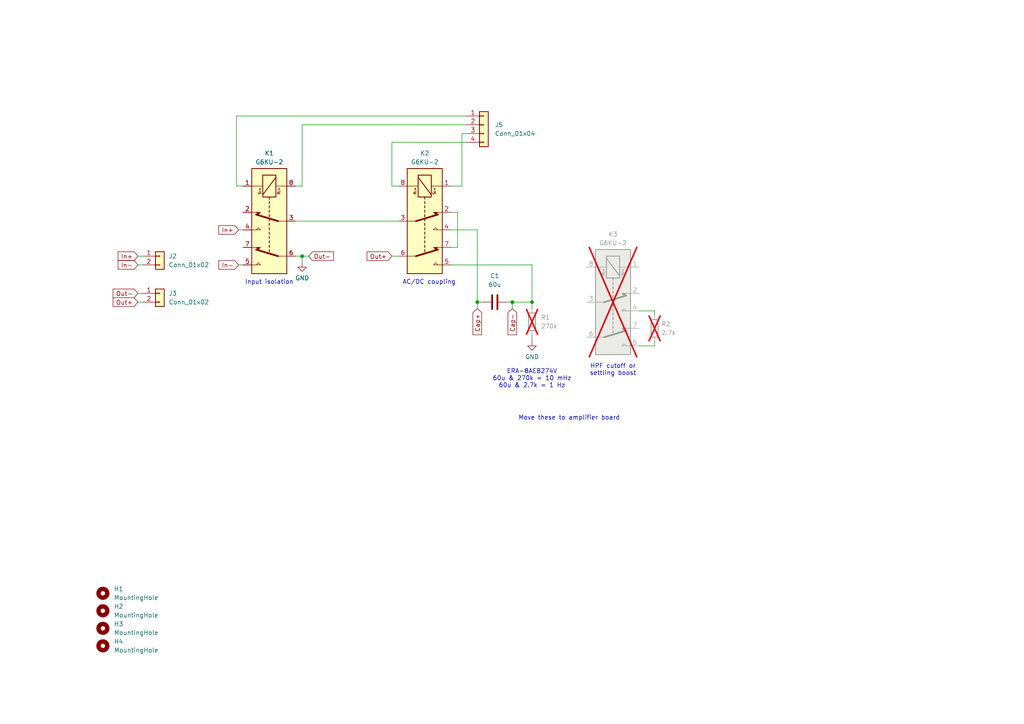
<source format=kicad_sch>
(kicad_sch (version 20231120) (generator "eeschema") (generator_version "8.0")
  (paper "A4")
  (lib_symbols
    (symbol "Connector_Generic:Conn_01x02" (pin_names (offset 1.016) hide)
      (property "Reference" "J" (at 0 2.54 0))
      (property "Value" "Conn_01x02" (at 0 -5.08 0))
      (symbol "Conn_01x02_1_1"
        (rectangle (start -1.27 -2.413) (end 0 -2.667) (stroke (width 0.1524)))
        (rectangle (start -1.27 0.127) (end 0 -0.127) (stroke (width 0.1524)))
        (rectangle (start -1.27 1.27) (end 1.27 -3.81) (stroke (width 0.254)) (fill (type background)))
        (pin passive line (at -5.08 0 0) (length 3.81) (name "Pin_1") (number "1"))
        (pin passive line (at -5.08 -2.54 0) (length 3.81) (name "Pin_2") (number "2"))
      )
    )
    (symbol "Connector_Generic:Conn_01x04" (pin_names (offset 1.016) hide)
      (property "Reference" "J" (at 0 5.08 0))
      (property "Value" "Conn_01x04" (at 0 -7.62 0))
      (symbol "Conn_01x04_1_1"
        (rectangle (start -1.27 -4.953) (end 0 -5.207) (stroke (width 0.1524)))
        (rectangle (start -1.27 -2.413) (end 0 -2.667) (stroke (width 0.1524)))
        (rectangle (start -1.27 0.127) (end 0 -0.127) (stroke (width 0.1524)))
        (rectangle (start -1.27 2.667) (end 0 2.413) (stroke (width 0.1524)))
        (rectangle (start -1.27 3.81) (end 1.27 -6.35) (stroke (width 0.254)) (fill (type background)))
        (pin passive line (at -5.08 2.54 0) (length 3.81) (name "Pin_1") (number "1"))
        (pin passive line (at -5.08 0 0) (length 3.81) (name "Pin_2") (number "2"))
        (pin passive line (at -5.08 -2.54 0) (length 3.81) (name "Pin_3") (number "3"))
        (pin passive line (at -5.08 -5.08 0) (length 3.81) (name "Pin_4") (number "4"))
      )
    )
    (symbol "Device:C" (pin_numbers hide) (pin_names (offset 0.254))
      (property "Reference" "C" (at 0.635 2.54 0))
      (property "Value" "C" (at 0.635 -2.54 0))
      (symbol "C_0_1"
        (polyline (pts (xy -2.032 -0.762) (xy 2.032 -0.762)) (stroke (width 0.508)))
        (polyline (pts (xy -2.032 0.762) (xy 2.032 0.762)) (stroke (width 0.508)))
      )
      (symbol "C_1_1"
        (pin passive line (at 0 3.81 270) (length 2.794) (name "~") (number "1"))
        (pin passive line (at 0 -3.81 90) (length 2.794) (name "~") (number "2"))
      )
    )
    (symbol "Device:R" (pin_numbers hide) (pin_names (offset 0))
      (property "Reference" "R" (at 2.032 0 90))
      (property "Value" "R" (at 0 0 90))
      (symbol "R_0_1"
        (rectangle (start -1.016 -2.54) (end 1.016 2.54) (stroke (width 0.254)))
      )
      (symbol "R_1_1"
        (pin passive line (at 0 3.81 270) (length 1.27) (name "~") (number "1"))
        (pin passive line (at 0 -3.81 90) (length 1.27) (name "~") (number "2"))
      )
    )
    (symbol "Mechanical:MountingHole" (pin_names (offset 1.016))
      (property "Reference" "H" (at 0 5.08 0))
      (property "Value" "MountingHole" (at 0 3.175 0))
      (symbol "MountingHole_0_1"
        (circle (center 0 0) (radius 1.27) (stroke (width 1.27)))
      )
    )
    (symbol "Relay:G6KU-2"
      (property "Reference" "K" (at 16.51 3.81 0))
      (property "Value" "G6KU-2" (at 16.51 1.27 0))
      (symbol "G6KU-2_0_0"
        (text "R:+" (at -8.763 -2.794 0) (effects (font (size 0.762 0.762))))
        (text "S:+" (at -8.763 2.794 0) (effects (font (size 0.762 0.762))))
      )
      (symbol "G6KU-2_0_1"
        (rectangle (start -15.24 5.08) (end 15.24 -5.08) (stroke (width 0.254)) (fill (type background)))
        (rectangle (start -13.335 1.905) (end -6.985 -1.905) (stroke (width 0.254)))
        (polyline (pts (xy -12.7 -1.905) (xy -7.62 1.905)) (stroke (width 0.254)))
        (polyline (pts (xy -10.16 -5.08) (xy -10.16 -1.905)))
        (polyline (pts (xy -10.16 5.08) (xy -10.16 1.905)))
        (polyline (pts (xy -6.985 0) (xy -6.35 0)) (stroke (width 0.254)))
        (polyline (pts (xy -5.715 0) (xy -5.08 0)) (stroke (width 0.254)))
        (polyline (pts (xy -4.445 0) (xy -3.81 0)) (stroke (width 0.254)))
        (polyline (pts (xy -3.175 0) (xy -2.54 0)) (stroke (width 0.254)))
        (polyline (pts (xy -1.905 0) (xy -1.27 0)) (stroke (width 0.254)))
        (polyline (pts (xy -0.635 0) (xy 0 0)) (stroke (width 0.254)))
        (polyline (pts (xy 0 -2.54) (xy -1.905 3.81)) (stroke (width 0.508)))
        (polyline (pts (xy 0 -2.54) (xy 0 -5.08)))
        (polyline (pts (xy 0.635 0) (xy 1.27 0)) (stroke (width 0.254)))
        (polyline (pts (xy 1.905 0) (xy 2.54 0)) (stroke (width 0.254)))
        (polyline (pts (xy 3.175 0) (xy 3.81 0)) (stroke (width 0.254)))
        (polyline (pts (xy 4.445 0) (xy 5.08 0)) (stroke (width 0.254)))
        (polyline (pts (xy 5.715 0) (xy 6.35 0)) (stroke (width 0.254)))
        (polyline (pts (xy 6.985 0) (xy 7.62 0)) (stroke (width 0.254)))
        (polyline (pts (xy 8.255 0) (xy 8.89 0)) (stroke (width 0.254)))
        (polyline (pts (xy 10.16 -2.54) (xy 8.255 3.81)) (stroke (width 0.508)))
        (polyline (pts (xy 10.16 -2.54) (xy 10.16 -5.08)))
        (polyline (pts (xy -2.54 5.08) (xy -2.54 2.54) (xy -1.905 3.175) (xy -2.54 3.81)) (fill (type outline)))
        (polyline (pts (xy 2.54 5.08) (xy 2.54 2.54) (xy 1.905 3.175) (xy 2.54 3.81)))
        (polyline (pts (xy 7.62 5.08) (xy 7.62 2.54) (xy 8.255 3.175) (xy 7.62 3.81)) (fill (type outline)))
        (polyline (pts (xy 12.7 5.08) (xy 12.7 2.54) (xy 12.065 3.175) (xy 12.7 3.81)))
      )
      (symbol "G6KU-2_1_1"
        (pin passive line (at -10.16 7.62 270) (length 2.54) (name "~") (number "1"))
        (pin passive line (at -2.54 7.62 270) (length 2.54) (name "~") (number "2"))
        (pin passive line (at 0 -7.62 90) (length 2.54) (name "~") (number "3"))
        (pin passive line (at 2.54 7.62 270) (length 2.54) (name "~") (number "4"))
        (pin passive line (at 12.7 7.62 270) (length 2.54) (name "~") (number "5"))
        (pin passive line (at 10.16 -7.62 90) (length 2.54) (name "~") (number "6"))
        (pin passive line (at 7.62 7.62 270) (length 2.54) (name "~") (number "7"))
        (pin passive line (at -10.16 -7.62 90) (length 2.54) (name "~") (number "8"))
      )
    )
    (symbol "power:GND" (power) (pin_names (offset 0))
      (property "Value" "GND" (at 0 -3.81 0))
      (symbol "GND_0_1"
        (polyline (pts (xy 0 0) (xy 0 -1.27) (xy 1.27 -1.27) (xy 0 -2.54) (xy -1.27 -1.27) (xy 0 -1.27)))
      )
      (symbol "GND_1_1"
        (pin power_in line (at 0 0 270) (length 0) hide (name "GND") (number "1"))
      )
    )
  )
  (junction (at 138.43 87.63))
  (junction (at 154.305 87.63))
  (junction (at 148.59 87.63))
  (junction (at 87.63 74.295))
  (wire (pts (xy 40.005 87.63) (xy 41.275 87.63)))
  (wire (pts (xy 85.725 74.295) (xy 87.63 74.295)))
  (wire (pts (xy 68.58 33.655) (xy 68.58 53.975)))
  (wire (pts (xy 139.7 87.63) (xy 138.43 87.63)))
  (wire (pts (xy 154.305 97.155) (xy 154.305 99.06)))
  (wire (pts (xy 87.63 74.295) (xy 89.535 74.295)))
  (wire (pts (xy 69.215 66.675) (xy 70.485 66.675)))
  (wire (pts (xy 40.005 74.295) (xy 41.275 74.295)))
  (wire (pts (xy 189.865 90.17) (xy 189.865 91.44)))
  (wire (pts (xy 87.63 74.295) (xy 87.63 76.2)))
  (wire (pts (xy 85.725 64.135) (xy 115.57 64.135)))
  (wire (pts (xy 189.865 99.06) (xy 189.865 100.33)))
  (wire (pts (xy 189.865 100.33) (xy 185.42 100.33)))
  (wire (pts (xy 147.32 87.63) (xy 148.59 87.63)))
  (wire (pts (xy 87.63 53.975) (xy 85.725 53.975)))
  (wire (pts (xy 130.81 61.595) (xy 132.715 61.595)))
  (wire (pts (xy 185.42 90.17) (xy 189.865 90.17)))
  (wire (pts (xy 138.43 87.63) (xy 138.43 89.535)))
  (wire (pts (xy 113.665 53.975) (xy 115.57 53.975)))
  (wire (pts (xy 135.255 38.735) (xy 133.985 38.735)))
  (wire (pts (xy 87.63 36.195) (xy 87.63 53.975)))
  (wire (pts (xy 130.81 66.675) (xy 138.43 66.675)))
  (wire (pts (xy 148.59 87.63) (xy 148.59 89.535)))
  (wire (pts (xy 40.005 85.09) (xy 41.275 85.09)))
  (wire (pts (xy 113.665 74.295) (xy 115.57 74.295)))
  (wire (pts (xy 135.255 36.195) (xy 87.63 36.195)))
  (wire (pts (xy 148.59 87.63) (xy 154.305 87.63)))
  (wire (pts (xy 132.715 71.755) (xy 130.81 71.755)))
  (wire (pts (xy 132.715 61.595) (xy 132.715 71.755)))
  (wire (pts (xy 135.255 33.655) (xy 68.58 33.655)))
  (wire (pts (xy 154.305 76.835) (xy 154.305 87.63)))
  (wire (pts (xy 40.005 76.835) (xy 41.275 76.835)))
  (wire (pts (xy 138.43 66.675) (xy 138.43 87.63)))
  (wire (pts (xy 113.665 41.275) (xy 113.665 53.975)))
  (wire (pts (xy 130.81 76.835) (xy 154.305 76.835)))
  (wire (pts (xy 68.58 53.975) (xy 70.485 53.975)))
  (wire (pts (xy 154.305 89.535) (xy 154.305 87.63)))
  (wire (pts (xy 130.81 53.975) (xy 133.985 53.975)))
  (wire (pts (xy 133.985 38.735) (xy 133.985 53.975)))
  (wire (pts (xy 135.255 41.275) (xy 113.665 41.275)))
  (wire (pts (xy 69.215 76.835) (xy 70.485 76.835)))
  (text "AC/DC coupling" (at 124.46 81.915 0) (effects (font (size 1.27 1.27))))
  (text "Move these to amplifier board" (at 165.1 121.285 0) (effects (font (size 1.27 1.27))))
  (text "Input isolation" (at 78.105 81.915 0) (effects (font (size 1.27 1.27))))
  (text "ERA-8AEB274V\n60u & 270k = 10 mHz\n60u & 2.7k = 1 Hz" (at 154.305 109.855 0) (effects (font (size 1.27 1.27))))
  (text "HPF cutoff or\nsettling boost" (at 177.8 107.315 0) (effects (font (size 1.27 1.27))))
  (global_label "In-" (shape input) (at 69.215 76.835 180) (property "Intersheetrefs" "${INTERSHEET_REFS}" (effects (hide yes))))
  (global_label "In+" (shape input) (at 40.005 74.295 180) (property "Intersheetrefs" "${INTERSHEET_REFS}" (effects (hide yes))))
  (global_label "Out-" (shape input) (at 89.535 74.295 0) (property "Intersheetrefs" "${INTERSHEET_REFS}" (effects (hide yes))))
  (global_label "Out+" (shape input) (at 40.005 87.63 180) (property "Intersheetrefs" "${INTERSHEET_REFS}" (effects (hide yes))))
  (global_label "In+" (shape input) (at 69.215 66.675 180) (property "Intersheetrefs" "${INTERSHEET_REFS}" (effects (hide yes))))
  (global_label "In-" (shape input) (at 40.005 76.835 180) (property "Intersheetrefs" "${INTERSHEET_REFS}" (effects (hide yes))))
  (global_label "Cap-" (shape input) (at 148.59 89.535 270) (property "Intersheetrefs" "${INTERSHEET_REFS}" (effects (hide yes))))
  (global_label "Out+" (shape input) (at 113.665 74.295 180) (property "Intersheetrefs" "${INTERSHEET_REFS}" (effects (hide yes))))
  (global_label "Out-" (shape input) (at 40.005 85.09 180) (property "Intersheetrefs" "${INTERSHEET_REFS}" (effects (hide yes))))
  (global_label "Cap+" (shape input) (at 138.43 89.535 270) (property "Intersheetrefs" "${INTERSHEET_REFS}" (effects (hide yes))))
  (symbol (lib_id "Mechanical:MountingHole") (at 29.845 182.245 0) (unit 1)
    (property "Reference" "H3" (at 33.02 180.9749 0) (effects (justify left)))
    (property "Value" "MountingHole" (at 33.02 183.5149 0) (effects (justify left)))
    (property "Footprint" "LNA input:746600330" (effects (hide yes)))
    (property "Description" "Mounting Hole without connection" (effects (hide yes)))
  )
  (symbol (lib_id "Relay:G6KU-2") (at 123.19 64.135 270) (unit 1)
    (property "Reference" "K2" (at 123.19 44.45 90))
    (property "Value" "G6KU-2" (at 123.19 46.99 90))
    (property "Footprint" "Relay_THT:Relay_DPDT_Omron_G6K-2P-Y" (effects (hide yes)))
    (property "Datasheet" "http://omronfs.omron.com/en_US/ecb/products/pdf/en-g6k.pdf" (effects (hide yes)))
    (property "Description" "Miniature 2-pole relay, Single-winding Latching" (effects (hide yes)))
  )
  (symbol (lib_id "Device:R") (at 154.305 93.345 0) (unit 1) (on_board no) (dnp yes)
    (property "Reference" "R1" (at 156.845 92.0749 0) (effects (justify left)))
    (property "Value" "270k" (at 156.845 94.6149 0) (effects (justify left)))
    (property "Footprint" "Resistor_SMD:R_1206_3216Metric_Pad1.30x1.75mm_HandSolder" (effects (hide yes)))
    (property "Description" "Resistor" (effects (hide yes)))
  )
  (symbol (lib_id "Device:C") (at 143.51 87.63 270) (mirror x) (unit 1)
    (property "Reference" "C1" (at 143.51 80.01 90))
    (property "Value" "60u" (at 143.51 82.55 90))
    (property "Footprint" "LNA input:DCP4G056007GD4KSSD flat" (effects (hide yes)))
    (property "Description" "Unpolarized capacitor" (effects (hide yes)))
  )
  (symbol (lib_id "Connector_Generic:Conn_01x02") (at 46.355 85.09 0) (unit 1)
    (property "Reference" "J3" (at 48.895 85.0899 0) (effects (justify left)))
    (property "Value" "Conn_01x02" (at 48.895 87.6299 0) (effects (justify left)))
    (property "Footprint" "Connector_PinHeader_2.54mm:PinHeader_1x02_P2.54mm_Vertical" (effects (hide yes)))
    (property "Description" "Generic connector, single row, 01x02, script generated (kicad-library-utils/schlib/autogen/connector/)" (effects (hide yes)))
  )
  (symbol (lib_id "power:GND") (at 154.305 99.06 0) (unit 1)
    (property "Reference" "#PWR01" (effects (hide yes)))
    (property "Value" "GND" (at 154.305 103.505 0))
    (property "Description" "Power symbol creates a global label with name \"GND\" , ground" (effects (hide yes)))
  )
  (symbol (lib_id "Device:R") (at 189.865 95.25 0) (unit 1) (on_board no) (dnp yes)
    (property "Reference" "R2" (at 191.77 93.9799 0) (effects (justify left)))
    (property "Value" "2.7k" (at 191.77 96.5199 0) (effects (justify left)))
    (property "Description" "Resistor" (effects (hide yes)))
  )
  (symbol (lib_id "Relay:G6KU-2") (at 78.105 64.135 90) (mirror x) (unit 1)
    (property "Reference" "K1" (at 78.105 44.45 90))
    (property "Value" "G6KU-2" (at 78.105 46.99 90))
    (property "Footprint" "Relay_THT:Relay_DPDT_Omron_G6K-2P-Y" (effects (hide yes)))
    (property "Datasheet" "http://omronfs.omron.com/en_US/ecb/products/pdf/en-g6k.pdf" (effects (hide yes)))
    (property "Description" "Miniature 2-pole relay, Single-winding Latching" (effects (hide yes)))
  )
  (symbol (lib_id "power:GND") (at 87.63 76.2 0) (unit 1)
    (property "Reference" "#PWR02" (effects (hide yes)))
    (property "Value" "GND" (at 87.63 80.645 0))
    (property "Description" "Power symbol creates a global label with name \"GND\" , ground" (effects (hide yes)))
  )
  (symbol (lib_id "Connector_Generic:Conn_01x02") (at 46.355 74.295 0) (unit 1)
    (property "Reference" "J2" (at 48.895 74.2949 0) (effects (justify left)))
    (property "Value" "Conn_01x02" (at 48.895 76.8349 0) (effects (justify left)))
    (property "Footprint" "Connector_PinHeader_2.54mm:PinHeader_1x02_P2.54mm_Vertical" (effects (hide yes)))
    (property "Description" "Generic connector, single row, 01x02, script generated (kicad-library-utils/schlib/autogen/connector/)" (effects (hide yes)))
  )
  (symbol (lib_id "Connector_Generic:Conn_01x04") (at 140.335 36.195 0) (unit 1)
    (property "Reference" "J5" (at 143.51 36.1949 0) (effects (justify left)))
    (property "Value" "Conn_01x04" (at 143.51 38.7349 0) (effects (justify left)))
    (property "Footprint" "Connector_PinHeader_2.54mm:PinHeader_1x04_P2.54mm_Vertical" (effects (hide yes)))
    (property "Description" "Generic connector, single row, 01x04, script generated (kicad-library-utils/schlib/autogen/connector/)" (effects (hide yes)))
  )
  (symbol (lib_id "Relay:G6KU-2") (at 177.8 87.63 270) (unit 1) (on_board no) (dnp yes)
    (property "Reference" "K3" (at 177.8 67.945 90))
    (property "Value" "G6KU-2" (at 177.8 70.485 90))
    (property "Footprint" "Relay_THT:Relay_DPDT_Omron_G6K-2P-Y" (effects (hide yes)))
    (property "Datasheet" "http://omronfs.omron.com/en_US/ecb/products/pdf/en-g6k.pdf" (effects (hide yes)))
    (property "Description" "Miniature 2-pole relay, Single-winding Latching" (effects (hide yes)))
  )
  (symbol (lib_id "Mechanical:MountingHole") (at 29.845 187.325 0) (unit 1)
    (property "Reference" "H4" (at 33.02 186.0549 0) (effects (justify left)))
    (property "Value" "MountingHole" (at 33.02 188.5949 0) (effects (justify left)))
    (property "Footprint" "LNA input:746600330" (effects (hide yes)))
    (property "Description" "Mounting Hole without connection" (effects (hide yes)))
  )
  (symbol (lib_id "Mechanical:MountingHole") (at 29.845 172.085 0) (unit 1)
    (property "Reference" "H1" (at 33.02 170.8149 0) (effects (justify left)))
    (property "Value" "MountingHole" (at 33.02 173.3549 0) (effects (justify left)))
    (property "Footprint" "LNA input:746600330" (effects (hide yes)))
    (property "Description" "Mounting Hole without connection" (effects (hide yes)))
  )
  (symbol (lib_id "Mechanical:MountingHole") (at 29.845 177.165 0) (unit 1)
    (property "Reference" "H2" (at 33.02 175.8949 0) (effects (justify left)))
    (property "Value" "MountingHole" (at 33.02 178.4349 0) (effects (justify left)))
    (property "Footprint" "LNA input:746600330" (effects (hide yes)))
    (property "Description" "Mounting Hole without connection" (effects (hide yes)))
  )
)
</source>
